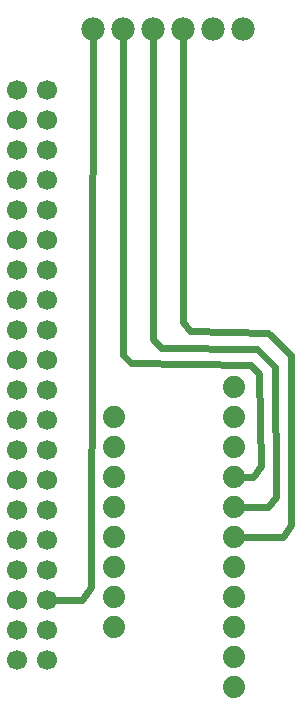
<source format=gtl>
G04 MADE WITH FRITZING*
G04 WWW.FRITZING.ORG*
G04 DOUBLE SIDED*
G04 HOLES PLATED*
G04 CONTOUR ON CENTER OF CONTOUR VECTOR*
%ASAXBY*%
%FSLAX23Y23*%
%MOIN*%
%OFA0B0*%
%SFA1.0B1.0*%
%ADD10C,0.074000*%
%ADD11C,0.078000*%
%ADD12C,0.066929*%
%ADD13C,0.024000*%
%LNCOPPER1*%
G90*
G70*
G54D10*
X823Y251D03*
X823Y351D03*
X823Y451D03*
X823Y551D03*
X823Y651D03*
X823Y751D03*
X823Y851D03*
X823Y951D03*
X823Y1051D03*
X823Y1151D03*
X823Y1251D03*
X423Y451D03*
X423Y551D03*
X423Y651D03*
X423Y751D03*
X423Y851D03*
X423Y951D03*
X423Y1051D03*
X423Y1151D03*
G54D11*
X853Y2445D03*
X753Y2445D03*
X653Y2445D03*
X553Y2445D03*
X453Y2445D03*
X353Y2445D03*
G54D12*
X100Y2241D03*
X100Y2141D03*
X100Y2041D03*
X100Y1941D03*
X100Y1841D03*
X100Y1741D03*
X100Y1641D03*
X100Y1541D03*
X100Y1441D03*
X100Y1341D03*
X100Y1241D03*
X100Y1141D03*
X100Y1041D03*
X100Y941D03*
X100Y841D03*
X100Y741D03*
X100Y641D03*
X100Y541D03*
X100Y441D03*
X100Y341D03*
X100Y2241D03*
X100Y2141D03*
X100Y2041D03*
X100Y1941D03*
X100Y1841D03*
X100Y1741D03*
X100Y1641D03*
X100Y1541D03*
X100Y1441D03*
X100Y1341D03*
X100Y1241D03*
X100Y1141D03*
X100Y1041D03*
X100Y941D03*
X100Y841D03*
X100Y741D03*
X100Y641D03*
X100Y541D03*
X100Y441D03*
X100Y341D03*
X200Y341D03*
X200Y441D03*
X200Y541D03*
X200Y641D03*
X200Y741D03*
X200Y841D03*
X200Y941D03*
X200Y1041D03*
X200Y1141D03*
X200Y1241D03*
X200Y1341D03*
X200Y1441D03*
X200Y1541D03*
X200Y1641D03*
X200Y1741D03*
X200Y1841D03*
X200Y1941D03*
X200Y2041D03*
X200Y2141D03*
X200Y2241D03*
G54D13*
X316Y541D02*
X230Y541D01*
D02*
X353Y2415D02*
X347Y585D01*
D02*
X347Y585D02*
X316Y541D01*
D02*
X911Y987D02*
X887Y951D01*
D02*
X454Y1356D02*
X478Y1329D01*
D02*
X478Y1329D02*
X880Y1325D01*
D02*
X453Y2415D02*
X454Y1356D01*
D02*
X887Y951D02*
X854Y951D01*
D02*
X907Y1293D02*
X911Y987D01*
D02*
X880Y1325D02*
X907Y1293D01*
D02*
X553Y2415D02*
X553Y1412D01*
D02*
X553Y1412D02*
X580Y1380D01*
D02*
X900Y1377D02*
X958Y1318D01*
D02*
X580Y1380D02*
X900Y1377D01*
D02*
X937Y851D02*
X854Y851D01*
D02*
X958Y1318D02*
X962Y885D01*
D02*
X962Y885D02*
X937Y851D01*
D02*
X1011Y1357D02*
X937Y1432D01*
D02*
X937Y1432D02*
X676Y1436D01*
D02*
X676Y1436D02*
X652Y1466D01*
D02*
X854Y751D02*
X985Y752D01*
D02*
X985Y752D02*
X1011Y792D01*
D02*
X652Y1466D02*
X653Y2415D01*
D02*
X1011Y792D02*
X1011Y1357D01*
G04 End of Copper1*
M02*
</source>
